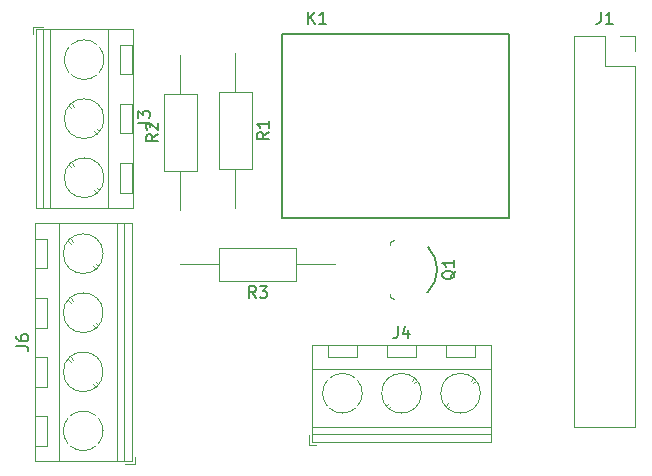
<source format=gbr>
%TF.GenerationSoftware,KiCad,Pcbnew,7.0.7*%
%TF.CreationDate,2023-09-27T10:27:32+03:00*%
%TF.ProjectId,Bionluk Proje,42696f6e-6c75-46b2-9050-726f6a652e6b,rev?*%
%TF.SameCoordinates,Original*%
%TF.FileFunction,Legend,Top*%
%TF.FilePolarity,Positive*%
%FSLAX46Y46*%
G04 Gerber Fmt 4.6, Leading zero omitted, Abs format (unit mm)*
G04 Created by KiCad (PCBNEW 7.0.7) date 2023-09-27 10:27:32*
%MOMM*%
%LPD*%
G01*
G04 APERTURE LIST*
%ADD10C,0.150000*%
%ADD11C,0.120000*%
%ADD12C,0.127000*%
%ADD13C,0.100000*%
G04 APERTURE END LIST*
D10*
X80134819Y-49636666D02*
X79658628Y-49969999D01*
X80134819Y-50208094D02*
X79134819Y-50208094D01*
X79134819Y-50208094D02*
X79134819Y-49827142D01*
X79134819Y-49827142D02*
X79182438Y-49731904D01*
X79182438Y-49731904D02*
X79230057Y-49684285D01*
X79230057Y-49684285D02*
X79325295Y-49636666D01*
X79325295Y-49636666D02*
X79468152Y-49636666D01*
X79468152Y-49636666D02*
X79563390Y-49684285D01*
X79563390Y-49684285D02*
X79611009Y-49731904D01*
X79611009Y-49731904D02*
X79658628Y-49827142D01*
X79658628Y-49827142D02*
X79658628Y-50208094D01*
X79230057Y-49255713D02*
X79182438Y-49208094D01*
X79182438Y-49208094D02*
X79134819Y-49112856D01*
X79134819Y-49112856D02*
X79134819Y-48874761D01*
X79134819Y-48874761D02*
X79182438Y-48779523D01*
X79182438Y-48779523D02*
X79230057Y-48731904D01*
X79230057Y-48731904D02*
X79325295Y-48684285D01*
X79325295Y-48684285D02*
X79420533Y-48684285D01*
X79420533Y-48684285D02*
X79563390Y-48731904D01*
X79563390Y-48731904D02*
X80134819Y-49303332D01*
X80134819Y-49303332D02*
X80134819Y-48684285D01*
X88433333Y-63474819D02*
X88100000Y-62998628D01*
X87861905Y-63474819D02*
X87861905Y-62474819D01*
X87861905Y-62474819D02*
X88242857Y-62474819D01*
X88242857Y-62474819D02*
X88338095Y-62522438D01*
X88338095Y-62522438D02*
X88385714Y-62570057D01*
X88385714Y-62570057D02*
X88433333Y-62665295D01*
X88433333Y-62665295D02*
X88433333Y-62808152D01*
X88433333Y-62808152D02*
X88385714Y-62903390D01*
X88385714Y-62903390D02*
X88338095Y-62951009D01*
X88338095Y-62951009D02*
X88242857Y-62998628D01*
X88242857Y-62998628D02*
X87861905Y-62998628D01*
X88766667Y-62474819D02*
X89385714Y-62474819D01*
X89385714Y-62474819D02*
X89052381Y-62855771D01*
X89052381Y-62855771D02*
X89195238Y-62855771D01*
X89195238Y-62855771D02*
X89290476Y-62903390D01*
X89290476Y-62903390D02*
X89338095Y-62951009D01*
X89338095Y-62951009D02*
X89385714Y-63046247D01*
X89385714Y-63046247D02*
X89385714Y-63284342D01*
X89385714Y-63284342D02*
X89338095Y-63379580D01*
X89338095Y-63379580D02*
X89290476Y-63427200D01*
X89290476Y-63427200D02*
X89195238Y-63474819D01*
X89195238Y-63474819D02*
X88909524Y-63474819D01*
X88909524Y-63474819D02*
X88814286Y-63427200D01*
X88814286Y-63427200D02*
X88766667Y-63379580D01*
X78464819Y-48643333D02*
X79179104Y-48643333D01*
X79179104Y-48643333D02*
X79321961Y-48690952D01*
X79321961Y-48690952D02*
X79417200Y-48786190D01*
X79417200Y-48786190D02*
X79464819Y-48929047D01*
X79464819Y-48929047D02*
X79464819Y-49024285D01*
X78464819Y-48262380D02*
X78464819Y-47643333D01*
X78464819Y-47643333D02*
X78845771Y-47976666D01*
X78845771Y-47976666D02*
X78845771Y-47833809D01*
X78845771Y-47833809D02*
X78893390Y-47738571D01*
X78893390Y-47738571D02*
X78941009Y-47690952D01*
X78941009Y-47690952D02*
X79036247Y-47643333D01*
X79036247Y-47643333D02*
X79274342Y-47643333D01*
X79274342Y-47643333D02*
X79369580Y-47690952D01*
X79369580Y-47690952D02*
X79417200Y-47738571D01*
X79417200Y-47738571D02*
X79464819Y-47833809D01*
X79464819Y-47833809D02*
X79464819Y-48119523D01*
X79464819Y-48119523D02*
X79417200Y-48214761D01*
X79417200Y-48214761D02*
X79369580Y-48262380D01*
X92846905Y-40269819D02*
X92846905Y-39269819D01*
X93418333Y-40269819D02*
X92989762Y-39698390D01*
X93418333Y-39269819D02*
X92846905Y-39841247D01*
X94370714Y-40269819D02*
X93799286Y-40269819D01*
X94085000Y-40269819D02*
X94085000Y-39269819D01*
X94085000Y-39269819D02*
X93989762Y-39412676D01*
X93989762Y-39412676D02*
X93894524Y-39507914D01*
X93894524Y-39507914D02*
X93799286Y-39555533D01*
X117646666Y-39284819D02*
X117646666Y-39999104D01*
X117646666Y-39999104D02*
X117599047Y-40141961D01*
X117599047Y-40141961D02*
X117503809Y-40237200D01*
X117503809Y-40237200D02*
X117360952Y-40284819D01*
X117360952Y-40284819D02*
X117265714Y-40284819D01*
X118646666Y-40284819D02*
X118075238Y-40284819D01*
X118360952Y-40284819D02*
X118360952Y-39284819D01*
X118360952Y-39284819D02*
X118265714Y-39427676D01*
X118265714Y-39427676D02*
X118170476Y-39522914D01*
X118170476Y-39522914D02*
X118075238Y-39570533D01*
X68164819Y-67573333D02*
X68879104Y-67573333D01*
X68879104Y-67573333D02*
X69021961Y-67620952D01*
X69021961Y-67620952D02*
X69117200Y-67716190D01*
X69117200Y-67716190D02*
X69164819Y-67859047D01*
X69164819Y-67859047D02*
X69164819Y-67954285D01*
X68164819Y-66668571D02*
X68164819Y-66859047D01*
X68164819Y-66859047D02*
X68212438Y-66954285D01*
X68212438Y-66954285D02*
X68260057Y-67001904D01*
X68260057Y-67001904D02*
X68402914Y-67097142D01*
X68402914Y-67097142D02*
X68593390Y-67144761D01*
X68593390Y-67144761D02*
X68974342Y-67144761D01*
X68974342Y-67144761D02*
X69069580Y-67097142D01*
X69069580Y-67097142D02*
X69117200Y-67049523D01*
X69117200Y-67049523D02*
X69164819Y-66954285D01*
X69164819Y-66954285D02*
X69164819Y-66763809D01*
X69164819Y-66763809D02*
X69117200Y-66668571D01*
X69117200Y-66668571D02*
X69069580Y-66620952D01*
X69069580Y-66620952D02*
X68974342Y-66573333D01*
X68974342Y-66573333D02*
X68736247Y-66573333D01*
X68736247Y-66573333D02*
X68641009Y-66620952D01*
X68641009Y-66620952D02*
X68593390Y-66668571D01*
X68593390Y-66668571D02*
X68545771Y-66763809D01*
X68545771Y-66763809D02*
X68545771Y-66954285D01*
X68545771Y-66954285D02*
X68593390Y-67049523D01*
X68593390Y-67049523D02*
X68641009Y-67097142D01*
X68641009Y-67097142D02*
X68736247Y-67144761D01*
X89524819Y-49466666D02*
X89048628Y-49799999D01*
X89524819Y-50038094D02*
X88524819Y-50038094D01*
X88524819Y-50038094D02*
X88524819Y-49657142D01*
X88524819Y-49657142D02*
X88572438Y-49561904D01*
X88572438Y-49561904D02*
X88620057Y-49514285D01*
X88620057Y-49514285D02*
X88715295Y-49466666D01*
X88715295Y-49466666D02*
X88858152Y-49466666D01*
X88858152Y-49466666D02*
X88953390Y-49514285D01*
X88953390Y-49514285D02*
X89001009Y-49561904D01*
X89001009Y-49561904D02*
X89048628Y-49657142D01*
X89048628Y-49657142D02*
X89048628Y-50038094D01*
X89524819Y-48514285D02*
X89524819Y-49085713D01*
X89524819Y-48799999D02*
X88524819Y-48799999D01*
X88524819Y-48799999D02*
X88667676Y-48895237D01*
X88667676Y-48895237D02*
X88762914Y-48990475D01*
X88762914Y-48990475D02*
X88810533Y-49085713D01*
X105315057Y-61165238D02*
X105267438Y-61260476D01*
X105267438Y-61260476D02*
X105172200Y-61355714D01*
X105172200Y-61355714D02*
X105029342Y-61498571D01*
X105029342Y-61498571D02*
X104981723Y-61593809D01*
X104981723Y-61593809D02*
X104981723Y-61689047D01*
X105219819Y-61641428D02*
X105172200Y-61736666D01*
X105172200Y-61736666D02*
X105076961Y-61831904D01*
X105076961Y-61831904D02*
X104886485Y-61879523D01*
X104886485Y-61879523D02*
X104553152Y-61879523D01*
X104553152Y-61879523D02*
X104362676Y-61831904D01*
X104362676Y-61831904D02*
X104267438Y-61736666D01*
X104267438Y-61736666D02*
X104219819Y-61641428D01*
X104219819Y-61641428D02*
X104219819Y-61450952D01*
X104219819Y-61450952D02*
X104267438Y-61355714D01*
X104267438Y-61355714D02*
X104362676Y-61260476D01*
X104362676Y-61260476D02*
X104553152Y-61212857D01*
X104553152Y-61212857D02*
X104886485Y-61212857D01*
X104886485Y-61212857D02*
X105076961Y-61260476D01*
X105076961Y-61260476D02*
X105172200Y-61355714D01*
X105172200Y-61355714D02*
X105219819Y-61450952D01*
X105219819Y-61450952D02*
X105219819Y-61641428D01*
X105219819Y-60260476D02*
X105219819Y-60831904D01*
X105219819Y-60546190D02*
X104219819Y-60546190D01*
X104219819Y-60546190D02*
X104362676Y-60641428D01*
X104362676Y-60641428D02*
X104457914Y-60736666D01*
X104457914Y-60736666D02*
X104505533Y-60831904D01*
X100436666Y-65894819D02*
X100436666Y-66609104D01*
X100436666Y-66609104D02*
X100389047Y-66751961D01*
X100389047Y-66751961D02*
X100293809Y-66847200D01*
X100293809Y-66847200D02*
X100150952Y-66894819D01*
X100150952Y-66894819D02*
X100055714Y-66894819D01*
X101341428Y-66228152D02*
X101341428Y-66894819D01*
X101103333Y-65847200D02*
X100865238Y-66561485D01*
X100865238Y-66561485D02*
X101484285Y-66561485D01*
D11*
%TO.C,R2*%
X82050000Y-56050000D02*
X82050000Y-52740000D01*
X80680000Y-52740000D02*
X83420000Y-52740000D01*
X83420000Y-52740000D02*
X83420000Y-46200000D01*
X80680000Y-46200000D02*
X80680000Y-52740000D01*
X83420000Y-46200000D02*
X80680000Y-46200000D01*
X82050000Y-42890000D02*
X82050000Y-46200000D01*
%TO.C,R3*%
X95180000Y-60650000D02*
X91870000Y-60650000D01*
X91870000Y-62020000D02*
X91870000Y-59280000D01*
X91870000Y-59280000D02*
X85330000Y-59280000D01*
X85330000Y-62020000D02*
X91870000Y-62020000D01*
X85330000Y-59280000D02*
X85330000Y-62020000D01*
X82020000Y-60650000D02*
X85330000Y-60650000D01*
%TO.C,J3*%
X70390000Y-40510000D02*
X69550000Y-40510000D01*
X69550000Y-40510000D02*
X69550000Y-41110000D01*
X78010000Y-40750000D02*
X69790000Y-40750000D01*
X78010000Y-40750000D02*
X78010000Y-55870000D01*
X75950000Y-40750000D02*
X75950000Y-55870000D01*
X71050000Y-40750000D02*
X71050000Y-55870000D01*
X70450000Y-40750000D02*
X70450000Y-55870000D01*
X69790000Y-40750000D02*
X69790000Y-55870000D01*
X77950000Y-42060000D02*
X76950000Y-42060000D01*
X77950000Y-42060000D02*
X77950000Y-44560000D01*
X76950000Y-42060000D02*
X76950000Y-44560000D01*
X77950000Y-44560000D02*
X76950000Y-44560000D01*
X77950000Y-47060000D02*
X76950000Y-47060000D01*
X77950000Y-47060000D02*
X77950000Y-49560000D01*
X76950000Y-47060000D02*
X76950000Y-49560000D01*
X73077000Y-47282000D02*
X72831000Y-47036000D01*
X72825000Y-47440000D02*
X72626000Y-47241000D01*
X75175000Y-49380000D02*
X74964000Y-49169000D01*
X77950000Y-49560000D02*
X76950000Y-49560000D01*
X74969000Y-49585000D02*
X74723000Y-49339000D01*
X77950000Y-52060000D02*
X76950000Y-52060000D01*
X77950000Y-52060000D02*
X77950000Y-54560000D01*
X76950000Y-52060000D02*
X76950000Y-54560000D01*
X73077000Y-52282000D02*
X72831000Y-52036000D01*
X72825000Y-52440000D02*
X72626000Y-52241000D01*
X75175000Y-54380000D02*
X74964000Y-54169000D01*
X77950000Y-54560000D02*
X76950000Y-54560000D01*
X74969000Y-54585000D02*
X74723000Y-54339000D01*
X78010000Y-55870000D02*
X69790000Y-55870000D01*
X74980999Y-42023001D02*
G75*
G03*
X72820266Y-42021938I-1080999J-1286999D01*
G01*
X75187000Y-44390000D02*
G75*
G03*
X75187078Y-42230092I-1287001J1080000D01*
G01*
X72613001Y-42229001D02*
G75*
G03*
X72219490Y-43338507I1286999J-1080999D01*
G01*
X72220000Y-43310000D02*
G75*
G03*
X72613045Y-44389883I1679994J-2D01*
G01*
X72820000Y-44597000D02*
G75*
G03*
X74979908Y-44597078I1080000J1287001D01*
G01*
X75580000Y-48310000D02*
G75*
G03*
X75580000Y-48310000I-1680000J0D01*
G01*
X75580000Y-53310000D02*
G75*
G03*
X75580000Y-53310000I-1680000J0D01*
G01*
D12*
%TO.C,K1*%
X90660000Y-41150000D02*
X109860000Y-41150000D01*
X90660000Y-56750000D02*
X90660000Y-41150000D01*
X109860000Y-41150000D02*
X109860000Y-56750000D01*
X109860000Y-56750000D02*
X90660000Y-56750000D01*
D11*
%TO.C,J1*%
X115380000Y-41270000D02*
X115380000Y-74410000D01*
X115380000Y-41270000D02*
X117980000Y-41270000D01*
X115380000Y-74410000D02*
X120580000Y-74410000D01*
X117980000Y-41270000D02*
X117980000Y-43870000D01*
X117980000Y-43870000D02*
X120580000Y-43870000D01*
X119250000Y-41270000D02*
X120580000Y-41270000D01*
X120580000Y-41270000D02*
X120580000Y-42600000D01*
X120580000Y-43870000D02*
X120580000Y-74410000D01*
%TO.C,J6*%
X77330000Y-77540000D02*
X78170000Y-77540000D01*
X78170000Y-77540000D02*
X78170000Y-76940000D01*
X69710000Y-77300000D02*
X77930000Y-77300000D01*
X69710000Y-77300000D02*
X69710000Y-57179000D01*
X71770000Y-77300000D02*
X71770000Y-57179000D01*
X76670000Y-77300000D02*
X76670000Y-57179000D01*
X77270000Y-77300000D02*
X77270000Y-57179000D01*
X77930000Y-77300000D02*
X77930000Y-57179000D01*
X69770000Y-75990000D02*
X70770000Y-75990000D01*
X69770000Y-75990000D02*
X69770000Y-73490000D01*
X70770000Y-75990000D02*
X70770000Y-73490000D01*
X69770000Y-73490000D02*
X70770000Y-73490000D01*
X69770000Y-70990000D02*
X70770000Y-70990000D01*
X69770000Y-70990000D02*
X69770000Y-68490000D01*
X70770000Y-70990000D02*
X70770000Y-68490000D01*
X74643000Y-70768000D02*
X74889000Y-71014000D01*
X74895000Y-70610000D02*
X75094000Y-70809000D01*
X72545000Y-68670000D02*
X72756000Y-68881000D01*
X69770000Y-68490000D02*
X70770000Y-68490000D01*
X72751000Y-68465000D02*
X72997000Y-68711000D01*
X69770000Y-65990000D02*
X70770000Y-65990000D01*
X69770000Y-65990000D02*
X69770000Y-63490000D01*
X70770000Y-65990000D02*
X70770000Y-63490000D01*
X74643000Y-65768000D02*
X74889000Y-66014000D01*
X74895000Y-65610000D02*
X75094000Y-65809000D01*
X72545000Y-63670000D02*
X72756000Y-63881000D01*
X69770000Y-63490000D02*
X70770000Y-63490000D01*
X72751000Y-63465000D02*
X72997000Y-63711000D01*
X69770000Y-60990000D02*
X70770000Y-60990000D01*
X69770000Y-60990000D02*
X69770000Y-58490000D01*
X70770000Y-60990000D02*
X70770000Y-58490000D01*
X74643000Y-60768000D02*
X74889000Y-61014000D01*
X74895000Y-60610000D02*
X75094000Y-60809000D01*
X72545000Y-58670000D02*
X72756000Y-58881000D01*
X69770000Y-58490000D02*
X70770000Y-58490000D01*
X72751000Y-58465000D02*
X72997000Y-58711000D01*
X69710000Y-57179000D02*
X77930000Y-57179000D01*
X72739001Y-76026999D02*
G75*
G03*
X74899734Y-76028062I1080999J1286999D01*
G01*
X72533000Y-73660000D02*
G75*
G03*
X72532922Y-75819908I1287001J-1080000D01*
G01*
X75106999Y-75820999D02*
G75*
G03*
X75500510Y-74711493I-1286999J1080999D01*
G01*
X75500000Y-74740000D02*
G75*
G03*
X75106955Y-73660117I-1679994J2D01*
G01*
X74900000Y-73453000D02*
G75*
G03*
X72740092Y-73452922I-1080000J-1287001D01*
G01*
X75500000Y-69740000D02*
G75*
G03*
X75500000Y-69740000I-1680000J0D01*
G01*
X75500000Y-64740000D02*
G75*
G03*
X75500000Y-64740000I-1680000J0D01*
G01*
X75500000Y-59740000D02*
G75*
G03*
X75500000Y-59740000I-1680000J0D01*
G01*
%TO.C,R1*%
X86700000Y-42720000D02*
X86700000Y-46030000D01*
X88070000Y-46030000D02*
X85330000Y-46030000D01*
X85330000Y-46030000D02*
X85330000Y-52570000D01*
X88070000Y-52570000D02*
X88070000Y-46030000D01*
X85330000Y-52570000D02*
X88070000Y-52570000D01*
X86700000Y-55880000D02*
X86700000Y-52570000D01*
D13*
%TO.C,Q1*%
X99815000Y-58720000D02*
X100115000Y-58570000D01*
X99815000Y-59020000D02*
X99815000Y-58720000D01*
X99815000Y-63420000D02*
X99815000Y-63120000D01*
X99815000Y-63420000D02*
X100115000Y-63570000D01*
D10*
X102965000Y-63020000D02*
G75*
G03*
X103015000Y-59170000I-1900000J1950000D01*
G01*
D11*
%TO.C,J4*%
X92970000Y-75060000D02*
X92970000Y-75900000D01*
X92970000Y-75900000D02*
X93570000Y-75900000D01*
X93210000Y-67440000D02*
X93210000Y-75660000D01*
X93210000Y-67440000D02*
X108330000Y-67440000D01*
X93210000Y-69500000D02*
X108330000Y-69500000D01*
X93210000Y-74400000D02*
X108330000Y-74400000D01*
X93210000Y-75000000D02*
X108330000Y-75000000D01*
X93210000Y-75660000D02*
X108330000Y-75660000D01*
X94520000Y-67500000D02*
X94520000Y-68500000D01*
X94520000Y-67500000D02*
X97020000Y-67500000D01*
X94520000Y-68500000D02*
X97020000Y-68500000D01*
X97020000Y-67500000D02*
X97020000Y-68500000D01*
X99520000Y-67500000D02*
X99520000Y-68500000D01*
X99520000Y-67500000D02*
X102020000Y-67500000D01*
X99520000Y-68500000D02*
X102020000Y-68500000D01*
X99742000Y-72373000D02*
X99496000Y-72619000D01*
X99900000Y-72625000D02*
X99701000Y-72824000D01*
X101840000Y-70275000D02*
X101629000Y-70486000D01*
X102020000Y-67500000D02*
X102020000Y-68500000D01*
X102045000Y-70481000D02*
X101799000Y-70727000D01*
X104520000Y-67500000D02*
X104520000Y-68500000D01*
X104520000Y-67500000D02*
X107020000Y-67500000D01*
X104520000Y-68500000D02*
X107020000Y-68500000D01*
X104742000Y-72373000D02*
X104496000Y-72619000D01*
X104900000Y-72625000D02*
X104701000Y-72824000D01*
X106840000Y-70275000D02*
X106629000Y-70486000D01*
X107020000Y-67500000D02*
X107020000Y-68500000D01*
X107045000Y-70481000D02*
X106799000Y-70727000D01*
X108330000Y-67440000D02*
X108330000Y-75660000D01*
X94483001Y-70469001D02*
G75*
G03*
X94481938Y-72629734I1286999J-1080999D01*
G01*
X96850000Y-70263000D02*
G75*
G03*
X94690092Y-70262922I-1080000J-1287001D01*
G01*
X94689001Y-72836999D02*
G75*
G03*
X95798507Y-73230510I1080999J1286999D01*
G01*
X95770000Y-73230000D02*
G75*
G03*
X96849883Y-72836955I2J1679994D01*
G01*
X97057000Y-72630000D02*
G75*
G03*
X97057078Y-70470092I-1287001J1080000D01*
G01*
X102450000Y-71550000D02*
G75*
G03*
X102450000Y-71550000I-1680000J0D01*
G01*
X107450000Y-71550000D02*
G75*
G03*
X107450000Y-71550000I-1680000J0D01*
G01*
%TD*%
M02*

</source>
